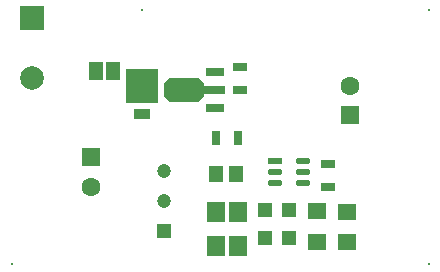
<source format=gbr>
G04*
G04 #@! TF.GenerationSoftware,Altium Limited,Altium Designer,25.8.1 (18)*
G04*
G04 Layer_Color=8388736*
%FSLAX25Y25*%
%MOIN*%
G70*
G04*
G04 #@! TF.SameCoordinates,42E29172-AB17-4D01-AB3A-1E57205C25AC*
G04*
G04*
G04 #@! TF.FilePolarity,Negative*
G04*
G01*
G75*
%ADD13R,0.05118X0.02756*%
%ADD16R,0.04528X0.04528*%
%ADD17R,0.04743X0.05363*%
%ADD19R,0.06496X0.05512*%
%ADD20R,0.02756X0.05118*%
G04:AMPARAMS|DCode=25|XSize=48.81mil|YSize=20.7mil|CornerRadius=10.35mil|HoleSize=0mil|Usage=FLASHONLY|Rotation=0.000|XOffset=0mil|YOffset=0mil|HoleType=Round|Shape=RoundedRectangle|*
%AMROUNDEDRECTD25*
21,1,0.04881,0.00000,0,0,0.0*
21,1,0.02811,0.02070,0,0,0.0*
1,1,0.02070,0.01405,0.00000*
1,1,0.02070,-0.01405,0.00000*
1,1,0.02070,-0.01405,0.00000*
1,1,0.02070,0.01405,0.00000*
%
%ADD25ROUNDEDRECTD25*%
%ADD26R,0.04881X0.02070*%
%ADD27R,0.05800X0.03800*%
%ADD28R,0.10800X0.11312*%
%ADD29R,0.06312X0.06902*%
%ADD30R,0.06312X0.03162*%
G04:AMPARAMS|DCode=31|XSize=82.8mil|YSize=133.98mil|CornerRadius=0mil|HoleSize=0mil|Usage=FLASHONLY|Rotation=270.000|XOffset=0mil|YOffset=0mil|HoleType=Round|Shape=Octagon|*
%AMOCTAGOND31*
4,1,8,0.06699,0.02070,0.06699,-0.02070,0.04629,-0.04140,-0.04629,-0.04140,-0.06699,-0.02070,-0.06699,0.02070,-0.04629,0.04140,0.04629,0.04140,0.06699,0.02070,0.0*
%
%ADD31OCTAGOND31*%

%ADD32R,0.07887X0.03162*%
%ADD33R,0.04737X0.06115*%
%ADD34R,0.04724X0.04724*%
%ADD35C,0.04724*%
%ADD36R,0.06312X0.06312*%
%ADD37C,0.06312*%
%ADD38R,0.07887X0.07887*%
%ADD39C,0.07887*%
%ADD40C,0.00800*%
D13*
X117665Y38085D02*
D03*
Y45565D02*
D03*
X88211Y77805D02*
D03*
Y70325D02*
D03*
D16*
X96665Y21059D02*
D03*
Y30311D02*
D03*
X104665Y21059D02*
D03*
Y30311D02*
D03*
D17*
X80231Y42371D02*
D03*
X86930D02*
D03*
D19*
X124165Y29722D02*
D03*
Y19486D02*
D03*
X113940Y29819D02*
D03*
Y19583D02*
D03*
D20*
X80231Y54325D02*
D03*
X87711D02*
D03*
D25*
X109254Y42899D02*
D03*
Y39159D02*
D03*
X100077D02*
D03*
X109254Y46639D02*
D03*
X100077Y42899D02*
D03*
D26*
Y46639D02*
D03*
D27*
X55665Y62339D02*
D03*
D28*
X55565Y71595D02*
D03*
D29*
X80231Y29722D02*
D03*
X87711D02*
D03*
X87711Y18136D02*
D03*
X80231D02*
D03*
D30*
X80170Y64419D02*
D03*
Y76230D02*
D03*
D31*
X69540Y70325D02*
D03*
D32*
X79383D02*
D03*
D33*
X40213Y76526D02*
D03*
X46118D02*
D03*
D34*
X62949Y23461D02*
D03*
D35*
Y33461D02*
D03*
Y43461D02*
D03*
D36*
X125165Y61825D02*
D03*
X38668Y47927D02*
D03*
D37*
X125165Y71667D02*
D03*
X38668Y38085D02*
D03*
D38*
X19165Y94325D02*
D03*
D39*
Y74325D02*
D03*
D40*
X151187Y96922D02*
D03*
X151189Y12224D02*
D03*
X55678Y96929D02*
D03*
X12238Y12194D02*
D03*
M02*

</source>
